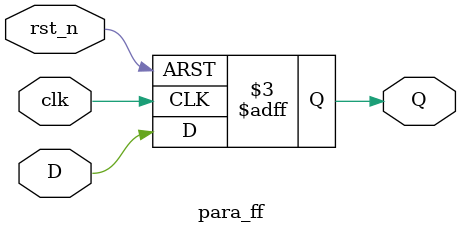
<source format=v>
module para_ff (rst_n, clk, D, Q);
    parameter SIZE = 1;
    input rst_n, clk; 
    input [SIZE-1:0] D;
    output reg [SIZE-1:0] Q;
    always @(posedge clk, negedge rst_n) begin
        if (~rst_n)
            Q <= 0;
        else
            Q <= D; 
    end
endmodule

</source>
